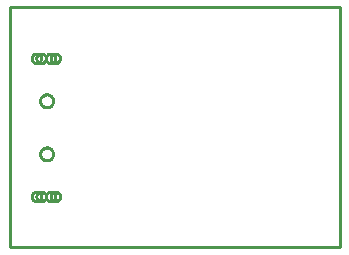
<source format=gbr>
G04 EAGLE Gerber RS-274X export*
G75*
%MOMM*%
%FSLAX34Y34*%
%LPD*%
%IN*%
%IPPOS*%
%AMOC8*
5,1,8,0,0,1.08239X$1,22.5*%
G01*
%ADD10C,0.254000*%


D10*
X0Y0D02*
X279400Y0D01*
X279400Y203200D01*
X0Y203200D01*
X0Y0D01*
X31509Y129600D02*
X32123Y129531D01*
X32725Y129393D01*
X33308Y129189D01*
X33865Y128921D01*
X34388Y128593D01*
X34871Y128208D01*
X35308Y127771D01*
X35693Y127288D01*
X36021Y126765D01*
X36289Y126208D01*
X36493Y125625D01*
X36631Y125023D01*
X36700Y124409D01*
X36700Y123791D01*
X36631Y123177D01*
X36493Y122575D01*
X36289Y121992D01*
X36021Y121435D01*
X35693Y120912D01*
X35308Y120429D01*
X34871Y119993D01*
X34388Y119607D01*
X33865Y119279D01*
X33308Y119011D01*
X32725Y118807D01*
X32123Y118669D01*
X31509Y118600D01*
X30891Y118600D01*
X30277Y118669D01*
X29675Y118807D01*
X29092Y119011D01*
X28535Y119279D01*
X28012Y119607D01*
X27529Y119993D01*
X27093Y120429D01*
X26707Y120912D01*
X26379Y121435D01*
X26111Y121992D01*
X25907Y122575D01*
X25769Y123177D01*
X25700Y123791D01*
X25700Y124409D01*
X25769Y125023D01*
X25907Y125625D01*
X26111Y126208D01*
X26379Y126765D01*
X26707Y127288D01*
X27093Y127771D01*
X27529Y128208D01*
X28012Y128593D01*
X28535Y128921D01*
X29092Y129189D01*
X29675Y129393D01*
X30277Y129531D01*
X30891Y129600D01*
X31509Y129600D01*
X31509Y84600D02*
X32123Y84531D01*
X32725Y84393D01*
X33308Y84189D01*
X33865Y83921D01*
X34388Y83593D01*
X34871Y83208D01*
X35308Y82771D01*
X35693Y82288D01*
X36021Y81765D01*
X36289Y81208D01*
X36493Y80625D01*
X36631Y80023D01*
X36700Y79409D01*
X36700Y78791D01*
X36631Y78177D01*
X36493Y77575D01*
X36289Y76992D01*
X36021Y76435D01*
X35693Y75912D01*
X35308Y75429D01*
X34871Y74993D01*
X34388Y74607D01*
X33865Y74279D01*
X33308Y74011D01*
X32725Y73807D01*
X32123Y73669D01*
X31509Y73600D01*
X30891Y73600D01*
X30277Y73669D01*
X29675Y73807D01*
X29092Y74011D01*
X28535Y74279D01*
X28012Y74607D01*
X27529Y74993D01*
X27093Y75429D01*
X26707Y75912D01*
X26379Y76435D01*
X26111Y76992D01*
X25907Y77575D01*
X25769Y78177D01*
X25700Y78791D01*
X25700Y79409D01*
X25769Y80023D01*
X25907Y80625D01*
X26111Y81208D01*
X26379Y81765D01*
X26707Y82288D01*
X27093Y82771D01*
X27529Y83208D01*
X28012Y83593D01*
X28535Y83921D01*
X29092Y84189D01*
X29675Y84393D01*
X30277Y84531D01*
X30891Y84600D01*
X31509Y84600D01*
X34762Y47100D02*
X35282Y47032D01*
X35789Y46896D01*
X36273Y46695D01*
X36727Y46433D01*
X37143Y46114D01*
X37514Y45743D01*
X37833Y45327D01*
X38095Y44873D01*
X38296Y44389D01*
X38432Y43882D01*
X38500Y43362D01*
X38500Y42838D01*
X38432Y42318D01*
X38296Y41811D01*
X38095Y41327D01*
X37833Y40873D01*
X37514Y40457D01*
X37143Y40086D01*
X36727Y39767D01*
X36273Y39505D01*
X35789Y39304D01*
X35282Y39168D01*
X34762Y39100D01*
X34238Y39100D01*
X33718Y39168D01*
X33211Y39304D01*
X32727Y39505D01*
X32273Y39767D01*
X31857Y40086D01*
X31486Y40457D01*
X31167Y40873D01*
X30905Y41327D01*
X30704Y41811D01*
X30568Y42318D01*
X30500Y42838D01*
X30500Y43362D01*
X30568Y43882D01*
X30704Y44389D01*
X30905Y44873D01*
X31167Y45327D01*
X31486Y45743D01*
X31857Y46114D01*
X32273Y46433D01*
X32727Y46695D01*
X33211Y46896D01*
X33718Y47032D01*
X34238Y47100D01*
X34762Y47100D01*
X38762Y47100D02*
X39282Y47032D01*
X39789Y46896D01*
X40273Y46695D01*
X40727Y46433D01*
X41143Y46114D01*
X41514Y45743D01*
X41833Y45327D01*
X42095Y44873D01*
X42296Y44389D01*
X42432Y43882D01*
X42500Y43362D01*
X42500Y42838D01*
X42432Y42318D01*
X42296Y41811D01*
X42095Y41327D01*
X41833Y40873D01*
X41514Y40457D01*
X41143Y40086D01*
X40727Y39767D01*
X40273Y39505D01*
X39789Y39304D01*
X39282Y39168D01*
X38762Y39100D01*
X38238Y39100D01*
X37718Y39168D01*
X37211Y39304D01*
X36727Y39505D01*
X36273Y39767D01*
X35857Y40086D01*
X35486Y40457D01*
X35167Y40873D01*
X34905Y41327D01*
X34704Y41811D01*
X34568Y42318D01*
X34500Y42838D01*
X34500Y43362D01*
X34568Y43882D01*
X34704Y44389D01*
X34905Y44873D01*
X35167Y45327D01*
X35486Y45743D01*
X35857Y46114D01*
X36273Y46433D01*
X36727Y46695D01*
X37211Y46896D01*
X37718Y47032D01*
X38238Y47100D01*
X38762Y47100D01*
X26762Y47100D02*
X27282Y47032D01*
X27789Y46896D01*
X28273Y46695D01*
X28727Y46433D01*
X29143Y46114D01*
X29514Y45743D01*
X29833Y45327D01*
X30095Y44873D01*
X30296Y44389D01*
X30432Y43882D01*
X30500Y43362D01*
X30500Y42838D01*
X30432Y42318D01*
X30296Y41811D01*
X30095Y41327D01*
X29833Y40873D01*
X29514Y40457D01*
X29143Y40086D01*
X28727Y39767D01*
X28273Y39505D01*
X27789Y39304D01*
X27282Y39168D01*
X26762Y39100D01*
X26238Y39100D01*
X25718Y39168D01*
X25211Y39304D01*
X24727Y39505D01*
X24273Y39767D01*
X23857Y40086D01*
X23486Y40457D01*
X23167Y40873D01*
X22905Y41327D01*
X22704Y41811D01*
X22568Y42318D01*
X22500Y42838D01*
X22500Y43362D01*
X22568Y43882D01*
X22704Y44389D01*
X22905Y44873D01*
X23167Y45327D01*
X23486Y45743D01*
X23857Y46114D01*
X24273Y46433D01*
X24727Y46695D01*
X25211Y46896D01*
X25718Y47032D01*
X26238Y47100D01*
X26762Y47100D01*
X22762Y47100D02*
X23282Y47032D01*
X23789Y46896D01*
X24273Y46695D01*
X24727Y46433D01*
X25143Y46114D01*
X25514Y45743D01*
X25833Y45327D01*
X26095Y44873D01*
X26296Y44389D01*
X26432Y43882D01*
X26500Y43362D01*
X26500Y42838D01*
X26432Y42318D01*
X26296Y41811D01*
X26095Y41327D01*
X25833Y40873D01*
X25514Y40457D01*
X25143Y40086D01*
X24727Y39767D01*
X24273Y39505D01*
X23789Y39304D01*
X23282Y39168D01*
X22762Y39100D01*
X22238Y39100D01*
X21718Y39168D01*
X21211Y39304D01*
X20727Y39505D01*
X20273Y39767D01*
X19857Y40086D01*
X19486Y40457D01*
X19167Y40873D01*
X18905Y41327D01*
X18704Y41811D01*
X18568Y42318D01*
X18500Y42838D01*
X18500Y43362D01*
X18568Y43882D01*
X18704Y44389D01*
X18905Y44873D01*
X19167Y45327D01*
X19486Y45743D01*
X19857Y46114D01*
X20273Y46433D01*
X20727Y46695D01*
X21211Y46896D01*
X21718Y47032D01*
X22238Y47100D01*
X22762Y47100D01*
X34762Y164100D02*
X35282Y164032D01*
X35789Y163896D01*
X36273Y163695D01*
X36727Y163433D01*
X37143Y163114D01*
X37514Y162743D01*
X37833Y162327D01*
X38095Y161873D01*
X38296Y161389D01*
X38432Y160882D01*
X38500Y160362D01*
X38500Y159838D01*
X38432Y159318D01*
X38296Y158811D01*
X38095Y158327D01*
X37833Y157873D01*
X37514Y157457D01*
X37143Y157086D01*
X36727Y156767D01*
X36273Y156505D01*
X35789Y156304D01*
X35282Y156168D01*
X34762Y156100D01*
X34238Y156100D01*
X33718Y156168D01*
X33211Y156304D01*
X32727Y156505D01*
X32273Y156767D01*
X31857Y157086D01*
X31486Y157457D01*
X31167Y157873D01*
X30905Y158327D01*
X30704Y158811D01*
X30568Y159318D01*
X30500Y159838D01*
X30500Y160362D01*
X30568Y160882D01*
X30704Y161389D01*
X30905Y161873D01*
X31167Y162327D01*
X31486Y162743D01*
X31857Y163114D01*
X32273Y163433D01*
X32727Y163695D01*
X33211Y163896D01*
X33718Y164032D01*
X34238Y164100D01*
X34762Y164100D01*
X38762Y164100D02*
X39282Y164032D01*
X39789Y163896D01*
X40273Y163695D01*
X40727Y163433D01*
X41143Y163114D01*
X41514Y162743D01*
X41833Y162327D01*
X42095Y161873D01*
X42296Y161389D01*
X42432Y160882D01*
X42500Y160362D01*
X42500Y159838D01*
X42432Y159318D01*
X42296Y158811D01*
X42095Y158327D01*
X41833Y157873D01*
X41514Y157457D01*
X41143Y157086D01*
X40727Y156767D01*
X40273Y156505D01*
X39789Y156304D01*
X39282Y156168D01*
X38762Y156100D01*
X38238Y156100D01*
X37718Y156168D01*
X37211Y156304D01*
X36727Y156505D01*
X36273Y156767D01*
X35857Y157086D01*
X35486Y157457D01*
X35167Y157873D01*
X34905Y158327D01*
X34704Y158811D01*
X34568Y159318D01*
X34500Y159838D01*
X34500Y160362D01*
X34568Y160882D01*
X34704Y161389D01*
X34905Y161873D01*
X35167Y162327D01*
X35486Y162743D01*
X35857Y163114D01*
X36273Y163433D01*
X36727Y163695D01*
X37211Y163896D01*
X37718Y164032D01*
X38238Y164100D01*
X38762Y164100D01*
X26762Y164100D02*
X27282Y164032D01*
X27789Y163896D01*
X28273Y163695D01*
X28727Y163433D01*
X29143Y163114D01*
X29514Y162743D01*
X29833Y162327D01*
X30095Y161873D01*
X30296Y161389D01*
X30432Y160882D01*
X30500Y160362D01*
X30500Y159838D01*
X30432Y159318D01*
X30296Y158811D01*
X30095Y158327D01*
X29833Y157873D01*
X29514Y157457D01*
X29143Y157086D01*
X28727Y156767D01*
X28273Y156505D01*
X27789Y156304D01*
X27282Y156168D01*
X26762Y156100D01*
X26238Y156100D01*
X25718Y156168D01*
X25211Y156304D01*
X24727Y156505D01*
X24273Y156767D01*
X23857Y157086D01*
X23486Y157457D01*
X23167Y157873D01*
X22905Y158327D01*
X22704Y158811D01*
X22568Y159318D01*
X22500Y159838D01*
X22500Y160362D01*
X22568Y160882D01*
X22704Y161389D01*
X22905Y161873D01*
X23167Y162327D01*
X23486Y162743D01*
X23857Y163114D01*
X24273Y163433D01*
X24727Y163695D01*
X25211Y163896D01*
X25718Y164032D01*
X26238Y164100D01*
X26762Y164100D01*
X22762Y164100D02*
X23282Y164032D01*
X23789Y163896D01*
X24273Y163695D01*
X24727Y163433D01*
X25143Y163114D01*
X25514Y162743D01*
X25833Y162327D01*
X26095Y161873D01*
X26296Y161389D01*
X26432Y160882D01*
X26500Y160362D01*
X26500Y159838D01*
X26432Y159318D01*
X26296Y158811D01*
X26095Y158327D01*
X25833Y157873D01*
X25514Y157457D01*
X25143Y157086D01*
X24727Y156767D01*
X24273Y156505D01*
X23789Y156304D01*
X23282Y156168D01*
X22762Y156100D01*
X22238Y156100D01*
X21718Y156168D01*
X21211Y156304D01*
X20727Y156505D01*
X20273Y156767D01*
X19857Y157086D01*
X19486Y157457D01*
X19167Y157873D01*
X18905Y158327D01*
X18704Y158811D01*
X18568Y159318D01*
X18500Y159838D01*
X18500Y160362D01*
X18568Y160882D01*
X18704Y161389D01*
X18905Y161873D01*
X19167Y162327D01*
X19486Y162743D01*
X19857Y163114D01*
X20273Y163433D01*
X20727Y163695D01*
X21211Y163896D01*
X21718Y164032D01*
X22238Y164100D01*
X22762Y164100D01*
M02*

</source>
